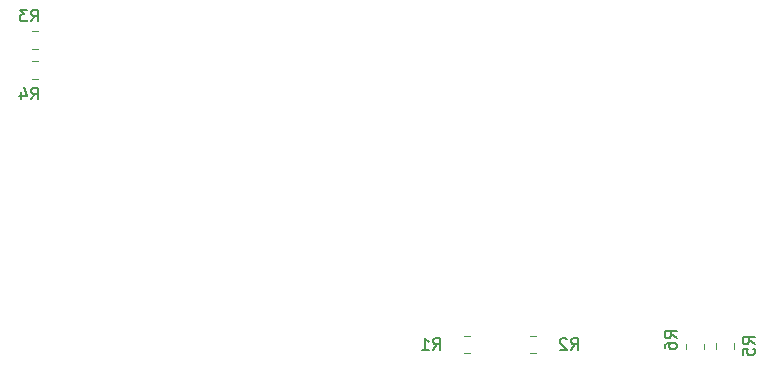
<source format=gbo>
G04 #@! TF.GenerationSoftware,KiCad,Pcbnew,5.1.10*
G04 #@! TF.CreationDate,2021-11-28T23:53:09+08:00*
G04 #@! TF.ProjectId,air_mon2,6169725f-6d6f-46e3-922e-6b696361645f,rev?*
G04 #@! TF.SameCoordinates,Original*
G04 #@! TF.FileFunction,Legend,Bot*
G04 #@! TF.FilePolarity,Positive*
%FSLAX46Y46*%
G04 Gerber Fmt 4.6, Leading zero omitted, Abs format (unit mm)*
G04 Created by KiCad (PCBNEW 5.1.10) date 2021-11-28 23:53:09*
%MOMM*%
%LPD*%
G01*
G04 APERTURE LIST*
%ADD10C,0.120000*%
%ADD11C,0.150000*%
%ADD12O,1.200000X2.000000*%
%ADD13R,1.200000X2.000000*%
%ADD14O,2.000000X1.200000*%
%ADD15C,1.524000*%
%ADD16R,3.500000X3.500000*%
%ADD17C,1.350000*%
%ADD18R,1.350000X1.350000*%
%ADD19R,1.700000X1.700000*%
%ADD20O,1.700000X1.700000*%
%ADD21C,4.400000*%
%ADD22C,0.870000*%
G04 APERTURE END LIST*
D10*
X155338000Y-94970064D02*
X155338000Y-94515936D01*
X156808000Y-94970064D02*
X156808000Y-94515936D01*
X157878000Y-94954064D02*
X157878000Y-94499936D01*
X159348000Y-94954064D02*
X159348000Y-94499936D01*
X99949936Y-72094000D02*
X100404064Y-72094000D01*
X99949936Y-70624000D02*
X100404064Y-70624000D01*
X99949936Y-68084000D02*
X100404064Y-68084000D01*
X99949936Y-69554000D02*
X100404064Y-69554000D01*
X142113936Y-93865000D02*
X142568064Y-93865000D01*
X142113936Y-95335000D02*
X142568064Y-95335000D01*
X136980064Y-95335000D02*
X136525936Y-95335000D01*
X136980064Y-93865000D02*
X136525936Y-93865000D01*
D11*
X154493380Y-94052333D02*
X154017190Y-93719000D01*
X154493380Y-93480904D02*
X153493380Y-93480904D01*
X153493380Y-93861857D01*
X153541000Y-93957095D01*
X153588619Y-94004714D01*
X153683857Y-94052333D01*
X153826714Y-94052333D01*
X153921952Y-94004714D01*
X153969571Y-93957095D01*
X154017190Y-93861857D01*
X154017190Y-93480904D01*
X153493380Y-94909476D02*
X153493380Y-94719000D01*
X153541000Y-94623761D01*
X153588619Y-94576142D01*
X153731476Y-94480904D01*
X153921952Y-94433285D01*
X154302904Y-94433285D01*
X154398142Y-94480904D01*
X154445761Y-94528523D01*
X154493380Y-94623761D01*
X154493380Y-94814238D01*
X154445761Y-94909476D01*
X154398142Y-94957095D01*
X154302904Y-95004714D01*
X154064809Y-95004714D01*
X153969571Y-94957095D01*
X153921952Y-94909476D01*
X153874333Y-94814238D01*
X153874333Y-94623761D01*
X153921952Y-94528523D01*
X153969571Y-94480904D01*
X154064809Y-94433285D01*
X161097380Y-94560333D02*
X160621190Y-94227000D01*
X161097380Y-93988904D02*
X160097380Y-93988904D01*
X160097380Y-94369857D01*
X160145000Y-94465095D01*
X160192619Y-94512714D01*
X160287857Y-94560333D01*
X160430714Y-94560333D01*
X160525952Y-94512714D01*
X160573571Y-94465095D01*
X160621190Y-94369857D01*
X160621190Y-93988904D01*
X160097380Y-95465095D02*
X160097380Y-94988904D01*
X160573571Y-94941285D01*
X160525952Y-94988904D01*
X160478333Y-95084142D01*
X160478333Y-95322238D01*
X160525952Y-95417476D01*
X160573571Y-95465095D01*
X160668809Y-95512714D01*
X160906904Y-95512714D01*
X161002142Y-95465095D01*
X161049761Y-95417476D01*
X161097380Y-95322238D01*
X161097380Y-95084142D01*
X161049761Y-94988904D01*
X161002142Y-94941285D01*
X99851666Y-73843380D02*
X100185000Y-73367190D01*
X100423095Y-73843380D02*
X100423095Y-72843380D01*
X100042142Y-72843380D01*
X99946904Y-72891000D01*
X99899285Y-72938619D01*
X99851666Y-73033857D01*
X99851666Y-73176714D01*
X99899285Y-73271952D01*
X99946904Y-73319571D01*
X100042142Y-73367190D01*
X100423095Y-73367190D01*
X98994523Y-73176714D02*
X98994523Y-73843380D01*
X99232619Y-72795761D02*
X99470714Y-73510047D01*
X98851666Y-73510047D01*
X99851666Y-67239380D02*
X100185000Y-66763190D01*
X100423095Y-67239380D02*
X100423095Y-66239380D01*
X100042142Y-66239380D01*
X99946904Y-66287000D01*
X99899285Y-66334619D01*
X99851666Y-66429857D01*
X99851666Y-66572714D01*
X99899285Y-66667952D01*
X99946904Y-66715571D01*
X100042142Y-66763190D01*
X100423095Y-66763190D01*
X99518333Y-66239380D02*
X98899285Y-66239380D01*
X99232619Y-66620333D01*
X99089761Y-66620333D01*
X98994523Y-66667952D01*
X98946904Y-66715571D01*
X98899285Y-66810809D01*
X98899285Y-67048904D01*
X98946904Y-67144142D01*
X98994523Y-67191761D01*
X99089761Y-67239380D01*
X99375476Y-67239380D01*
X99470714Y-67191761D01*
X99518333Y-67144142D01*
X145571666Y-95052380D02*
X145905000Y-94576190D01*
X146143095Y-95052380D02*
X146143095Y-94052380D01*
X145762142Y-94052380D01*
X145666904Y-94100000D01*
X145619285Y-94147619D01*
X145571666Y-94242857D01*
X145571666Y-94385714D01*
X145619285Y-94480952D01*
X145666904Y-94528571D01*
X145762142Y-94576190D01*
X146143095Y-94576190D01*
X145190714Y-94147619D02*
X145143095Y-94100000D01*
X145047857Y-94052380D01*
X144809761Y-94052380D01*
X144714523Y-94100000D01*
X144666904Y-94147619D01*
X144619285Y-94242857D01*
X144619285Y-94338095D01*
X144666904Y-94480952D01*
X145238333Y-95052380D01*
X144619285Y-95052380D01*
X133887666Y-95052380D02*
X134221000Y-94576190D01*
X134459095Y-95052380D02*
X134459095Y-94052380D01*
X134078142Y-94052380D01*
X133982904Y-94100000D01*
X133935285Y-94147619D01*
X133887666Y-94242857D01*
X133887666Y-94385714D01*
X133935285Y-94480952D01*
X133982904Y-94528571D01*
X134078142Y-94576190D01*
X134459095Y-94576190D01*
X132935285Y-95052380D02*
X133506714Y-95052380D01*
X133221000Y-95052380D02*
X133221000Y-94052380D01*
X133316238Y-94195238D01*
X133411476Y-94290476D01*
X133506714Y-94338095D01*
%LPC*%
D12*
X130673000Y-87107000D03*
X130673000Y-109967000D03*
X133213000Y-87107000D03*
X133213000Y-109967000D03*
X135753000Y-87107000D03*
X135753000Y-109967000D03*
X138293000Y-87107000D03*
X138293000Y-109967000D03*
X140833000Y-87107000D03*
X140833000Y-109967000D03*
X143373000Y-87107000D03*
X143373000Y-109967000D03*
X145913000Y-87107000D03*
X145913000Y-109967000D03*
X148453000Y-87107000D03*
X148453000Y-109967000D03*
X150993000Y-87107000D03*
X150993000Y-109967000D03*
X153533000Y-87107000D03*
X153533000Y-109967000D03*
X156073000Y-87107000D03*
X156073000Y-109967000D03*
X158613000Y-87107000D03*
X158613000Y-109967000D03*
X161153000Y-87107000D03*
X161153000Y-109967000D03*
X163693000Y-87107000D03*
X163693000Y-109967000D03*
X166233000Y-87107000D03*
X166233000Y-109967000D03*
D13*
X168773000Y-87107000D03*
X168773000Y-109967000D03*
D12*
X171313000Y-87107000D03*
X171313000Y-109967000D03*
X173853000Y-87107000D03*
X173853000Y-109967000D03*
X176393000Y-87107000D03*
X176393000Y-109967000D03*
D14*
X152517000Y-69073000D03*
X152517000Y-66533000D03*
X152517000Y-63993000D03*
X152517000Y-61453000D03*
D15*
X158867000Y-79741000D03*
X158867000Y-82281000D03*
X148707000Y-82281000D03*
X148707000Y-79741000D03*
X148707000Y-77201000D03*
X148707000Y-74661000D03*
G36*
G01*
X156523001Y-96343000D02*
X155622999Y-96343000D01*
G75*
G02*
X155373000Y-96093001I0J249999D01*
G01*
X155373000Y-95392999D01*
G75*
G02*
X155622999Y-95143000I249999J0D01*
G01*
X156523001Y-95143000D01*
G75*
G02*
X156773000Y-95392999I0J-249999D01*
G01*
X156773000Y-96093001D01*
G75*
G02*
X156523001Y-96343000I-249999J0D01*
G01*
G37*
G36*
G01*
X156523001Y-94343000D02*
X155622999Y-94343000D01*
G75*
G02*
X155373000Y-94093001I0J249999D01*
G01*
X155373000Y-93392999D01*
G75*
G02*
X155622999Y-93143000I249999J0D01*
G01*
X156523001Y-93143000D01*
G75*
G02*
X156773000Y-93392999I0J-249999D01*
G01*
X156773000Y-94093001D01*
G75*
G02*
X156523001Y-94343000I-249999J0D01*
G01*
G37*
G36*
G01*
X159063001Y-96327000D02*
X158162999Y-96327000D01*
G75*
G02*
X157913000Y-96077001I0J249999D01*
G01*
X157913000Y-95376999D01*
G75*
G02*
X158162999Y-95127000I249999J0D01*
G01*
X159063001Y-95127000D01*
G75*
G02*
X159313000Y-95376999I0J-249999D01*
G01*
X159313000Y-96077001D01*
G75*
G02*
X159063001Y-96327000I-249999J0D01*
G01*
G37*
G36*
G01*
X159063001Y-94327000D02*
X158162999Y-94327000D01*
G75*
G02*
X157913000Y-94077001I0J249999D01*
G01*
X157913000Y-93376999D01*
G75*
G02*
X158162999Y-93127000I249999J0D01*
G01*
X159063001Y-93127000D01*
G75*
G02*
X159313000Y-93376999I0J-249999D01*
G01*
X159313000Y-94077001D01*
G75*
G02*
X159063001Y-94327000I-249999J0D01*
G01*
G37*
G36*
G01*
X100577000Y-71809001D02*
X100577000Y-70908999D01*
G75*
G02*
X100826999Y-70659000I249999J0D01*
G01*
X101527001Y-70659000D01*
G75*
G02*
X101777000Y-70908999I0J-249999D01*
G01*
X101777000Y-71809001D01*
G75*
G02*
X101527001Y-72059000I-249999J0D01*
G01*
X100826999Y-72059000D01*
G75*
G02*
X100577000Y-71809001I0J249999D01*
G01*
G37*
G36*
G01*
X98577000Y-71809001D02*
X98577000Y-70908999D01*
G75*
G02*
X98826999Y-70659000I249999J0D01*
G01*
X99527001Y-70659000D01*
G75*
G02*
X99777000Y-70908999I0J-249999D01*
G01*
X99777000Y-71809001D01*
G75*
G02*
X99527001Y-72059000I-249999J0D01*
G01*
X98826999Y-72059000D01*
G75*
G02*
X98577000Y-71809001I0J249999D01*
G01*
G37*
G36*
G01*
X98577000Y-69269001D02*
X98577000Y-68368999D01*
G75*
G02*
X98826999Y-68119000I249999J0D01*
G01*
X99527001Y-68119000D01*
G75*
G02*
X99777000Y-68368999I0J-249999D01*
G01*
X99777000Y-69269001D01*
G75*
G02*
X99527001Y-69519000I-249999J0D01*
G01*
X98826999Y-69519000D01*
G75*
G02*
X98577000Y-69269001I0J249999D01*
G01*
G37*
G36*
G01*
X100577000Y-69269001D02*
X100577000Y-68368999D01*
G75*
G02*
X100826999Y-68119000I249999J0D01*
G01*
X101527001Y-68119000D01*
G75*
G02*
X101777000Y-68368999I0J-249999D01*
G01*
X101777000Y-69269001D01*
G75*
G02*
X101527001Y-69519000I-249999J0D01*
G01*
X100826999Y-69519000D01*
G75*
G02*
X100577000Y-69269001I0J249999D01*
G01*
G37*
G36*
G01*
X168951000Y-73912000D02*
X168951000Y-75662000D01*
G75*
G02*
X168076000Y-76537000I-875000J0D01*
G01*
X166326000Y-76537000D01*
G75*
G02*
X165451000Y-75662000I0J875000D01*
G01*
X165451000Y-73912000D01*
G75*
G02*
X166326000Y-73037000I875000J0D01*
G01*
X168076000Y-73037000D01*
G75*
G02*
X168951000Y-73912000I0J-875000D01*
G01*
G37*
G36*
G01*
X171701000Y-78487000D02*
X171701000Y-80487000D01*
G75*
G02*
X170951000Y-81237000I-750000J0D01*
G01*
X169451000Y-81237000D01*
G75*
G02*
X168701000Y-80487000I0J750000D01*
G01*
X168701000Y-78487000D01*
G75*
G02*
X169451000Y-77737000I750000J0D01*
G01*
X170951000Y-77737000D01*
G75*
G02*
X171701000Y-78487000I0J-750000D01*
G01*
G37*
D16*
X164201000Y-79487000D03*
G36*
G01*
X140741000Y-95050001D02*
X140741000Y-94149999D01*
G75*
G02*
X140990999Y-93900000I249999J0D01*
G01*
X141691001Y-93900000D01*
G75*
G02*
X141941000Y-94149999I0J-249999D01*
G01*
X141941000Y-95050001D01*
G75*
G02*
X141691001Y-95300000I-249999J0D01*
G01*
X140990999Y-95300000D01*
G75*
G02*
X140741000Y-95050001I0J249999D01*
G01*
G37*
G36*
G01*
X142741000Y-95050001D02*
X142741000Y-94149999D01*
G75*
G02*
X142990999Y-93900000I249999J0D01*
G01*
X143691001Y-93900000D01*
G75*
G02*
X143941000Y-94149999I0J-249999D01*
G01*
X143941000Y-95050001D01*
G75*
G02*
X143691001Y-95300000I-249999J0D01*
G01*
X142990999Y-95300000D01*
G75*
G02*
X142741000Y-95050001I0J249999D01*
G01*
G37*
G36*
G01*
X138353000Y-94149999D02*
X138353000Y-95050001D01*
G75*
G02*
X138103001Y-95300000I-249999J0D01*
G01*
X137402999Y-95300000D01*
G75*
G02*
X137153000Y-95050001I0J249999D01*
G01*
X137153000Y-94149999D01*
G75*
G02*
X137402999Y-93900000I249999J0D01*
G01*
X138103001Y-93900000D01*
G75*
G02*
X138353000Y-94149999I0J-249999D01*
G01*
G37*
G36*
G01*
X136353000Y-94149999D02*
X136353000Y-95050001D01*
G75*
G02*
X136103001Y-95300000I-249999J0D01*
G01*
X135402999Y-95300000D01*
G75*
G02*
X135153000Y-95050001I0J249999D01*
G01*
X135153000Y-94149999D01*
G75*
G02*
X135402999Y-93900000I249999J0D01*
G01*
X136103001Y-93900000D01*
G75*
G02*
X136353000Y-94149999I0J-249999D01*
G01*
G37*
D17*
X120768000Y-69320001D03*
X120768000Y-71320001D03*
X120768000Y-73320001D03*
X120768000Y-75320001D03*
X120768000Y-77320001D03*
X143468000Y-67320001D03*
X143468000Y-69320001D03*
X143468000Y-71320001D03*
X143468000Y-73320001D03*
X143468000Y-75320001D03*
X143468000Y-77320001D03*
D18*
X143468000Y-79320001D03*
D17*
X125568000Y-81550001D03*
X130648000Y-81550001D03*
X128108000Y-81550001D03*
X133188000Y-81550001D03*
X135728000Y-81550001D03*
X138268000Y-81550001D03*
D19*
X130673000Y-90663000D03*
D20*
X133213000Y-90663000D03*
X135753000Y-90663000D03*
X138293000Y-90663000D03*
X140833000Y-90663000D03*
X143373000Y-90663000D03*
X145913000Y-90663000D03*
X148453000Y-90663000D03*
X150993000Y-90663000D03*
X153533000Y-90663000D03*
X156073000Y-90663000D03*
X158613000Y-90663000D03*
X161153000Y-90663000D03*
X163693000Y-90663000D03*
X166233000Y-90663000D03*
X168773000Y-90663000D03*
X171313000Y-90663000D03*
X173853000Y-90663000D03*
X176393000Y-90663000D03*
D21*
X82365000Y-61095000D03*
X176365000Y-61095000D03*
X82365000Y-115095000D03*
X176365000Y-115095000D03*
D19*
X130673000Y-105680001D03*
D20*
X133213000Y-105680001D03*
X135753000Y-105680001D03*
X138293000Y-105680001D03*
X140833000Y-105680001D03*
X143373000Y-105680001D03*
X145913000Y-105680001D03*
X148453000Y-105680001D03*
X150993000Y-105680001D03*
X153533000Y-105680001D03*
X156073000Y-105680001D03*
X158613000Y-105680001D03*
X161153000Y-105680001D03*
X163693000Y-105680001D03*
X166233000Y-105680001D03*
X168773000Y-105680001D03*
X171313000Y-105680001D03*
X173853000Y-105680001D03*
X176393000Y-105680001D03*
D22*
X85690000Y-68850001D03*
X85690000Y-70120001D03*
X86960000Y-68850001D03*
X86960000Y-70120001D03*
X88230000Y-68850001D03*
X88230000Y-70120001D03*
X89500000Y-68850001D03*
X89500000Y-70120001D03*
X90770000Y-68850001D03*
X90770000Y-70120001D03*
M02*

</source>
